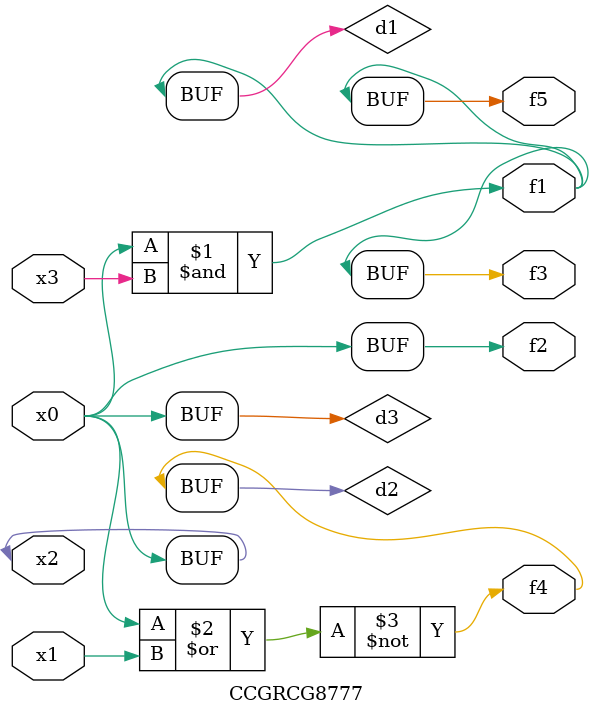
<source format=v>
module CCGRCG8777(
	input x0, x1, x2, x3,
	output f1, f2, f3, f4, f5
);

	wire d1, d2, d3;

	and (d1, x2, x3);
	nor (d2, x0, x1);
	buf (d3, x0, x2);
	assign f1 = d1;
	assign f2 = d3;
	assign f3 = d1;
	assign f4 = d2;
	assign f5 = d1;
endmodule

</source>
